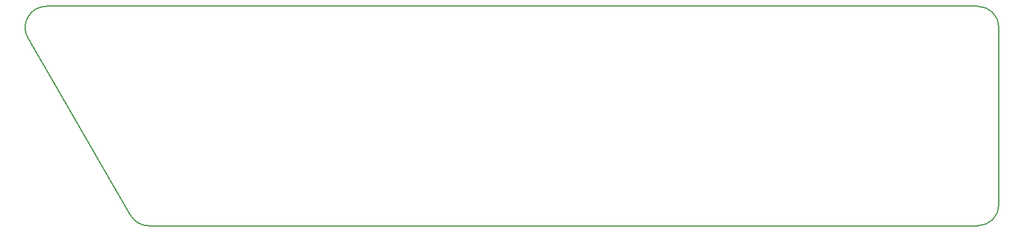
<source format=gbr>
G04 #@! TF.GenerationSoftware,KiCad,Pcbnew,8.0.3*
G04 #@! TF.CreationDate,2024-08-02T00:59:48+02:00*
G04 #@! TF.ProjectId,Controller,436f6e74-726f-46c6-9c65-722e6b696361,rev?*
G04 #@! TF.SameCoordinates,Original*
G04 #@! TF.FileFunction,Profile,NP*
%FSLAX46Y46*%
G04 Gerber Fmt 4.6, Leading zero omitted, Abs format (unit mm)*
G04 Created by KiCad (PCBNEW 8.0.3) date 2024-08-02 00:59:48*
%MOMM*%
%LPD*%
G01*
G04 APERTURE LIST*
G04 #@! TA.AperFunction,Profile*
%ADD10C,0.200000*%
G04 #@! TD*
G04 APERTURE END LIST*
D10*
X124680469Y-126559101D02*
G75*
G02*
X122085394Y-125064261I131J3000201D01*
G01*
X241448401Y-95559103D02*
X110234671Y-95559102D01*
X107648600Y-100059062D02*
X122085369Y-125064276D01*
X107648600Y-100059062D02*
G75*
G02*
X110234671Y-95559097I2598060J1500002D01*
G01*
X241448401Y-95559103D02*
G75*
G02*
X244448397Y-98559103I-1J-2999997D01*
G01*
X244448403Y-123559104D02*
X244448403Y-98559103D01*
X244448403Y-123559104D02*
G75*
G02*
X241448407Y-126559103I-3000003J4D01*
G01*
X124680469Y-126559101D02*
X241448407Y-126559102D01*
M02*

</source>
